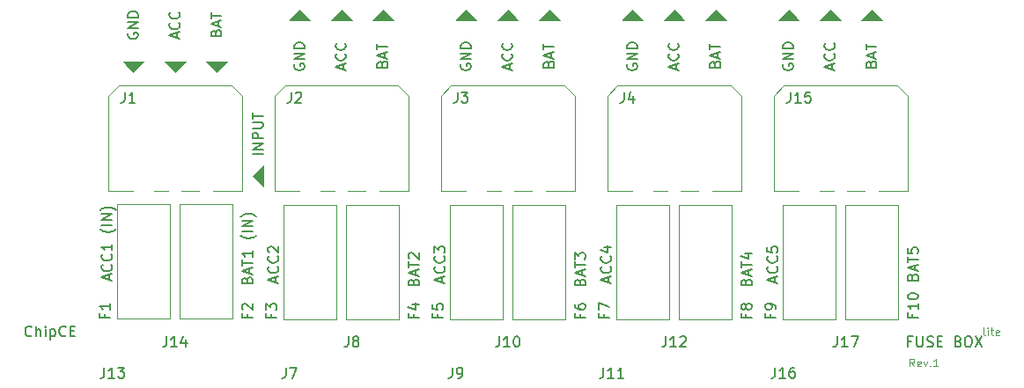
<source format=gto>
G04 #@! TF.GenerationSoftware,KiCad,Pcbnew,5.1.9+dfsg1-1*
G04 #@! TF.CreationDate,2022-08-21T21:29:47+09:00*
G04 #@! TF.ProjectId,car-fuse-box-smd,6361722d-6675-4736-952d-626f782d736d,rev?*
G04 #@! TF.SameCoordinates,Original*
G04 #@! TF.FileFunction,Legend,Top*
G04 #@! TF.FilePolarity,Positive*
%FSLAX46Y46*%
G04 Gerber Fmt 4.6, Leading zero omitted, Abs format (unit mm)*
G04 Created by KiCad (PCBNEW 5.1.9+dfsg1-1) date 2022-08-21 21:29:47*
%MOMM*%
%LPD*%
G01*
G04 APERTURE LIST*
%ADD10C,0.150000*%
%ADD11C,0.100000*%
%ADD12C,0.120000*%
%ADD13R,3.800000X4.250000*%
%ADD14C,3.000000*%
%ADD15O,1.500000X2.020000*%
%ADD16C,5.600000*%
%ADD17C,1.524000*%
G04 APERTURE END LIST*
D10*
X67214285Y-128357142D02*
X67166666Y-128404761D01*
X67023809Y-128452380D01*
X66928571Y-128452380D01*
X66785714Y-128404761D01*
X66690476Y-128309523D01*
X66642857Y-128214285D01*
X66595238Y-128023809D01*
X66595238Y-127880952D01*
X66642857Y-127690476D01*
X66690476Y-127595238D01*
X66785714Y-127500000D01*
X66928571Y-127452380D01*
X67023809Y-127452380D01*
X67166666Y-127500000D01*
X67214285Y-127547619D01*
X67642857Y-128452380D02*
X67642857Y-127452380D01*
X68071428Y-128452380D02*
X68071428Y-127928571D01*
X68023809Y-127833333D01*
X67928571Y-127785714D01*
X67785714Y-127785714D01*
X67690476Y-127833333D01*
X67642857Y-127880952D01*
X68547619Y-128452380D02*
X68547619Y-127785714D01*
X68547619Y-127452380D02*
X68500000Y-127500000D01*
X68547619Y-127547619D01*
X68595238Y-127500000D01*
X68547619Y-127452380D01*
X68547619Y-127547619D01*
X69023809Y-127785714D02*
X69023809Y-128785714D01*
X69023809Y-127833333D02*
X69119047Y-127785714D01*
X69309523Y-127785714D01*
X69404761Y-127833333D01*
X69452380Y-127880952D01*
X69500000Y-127976190D01*
X69500000Y-128261904D01*
X69452380Y-128357142D01*
X69404761Y-128404761D01*
X69309523Y-128452380D01*
X69119047Y-128452380D01*
X69023809Y-128404761D01*
X70500000Y-128357142D02*
X70452380Y-128404761D01*
X70309523Y-128452380D01*
X70214285Y-128452380D01*
X70071428Y-128404761D01*
X69976190Y-128309523D01*
X69928571Y-128214285D01*
X69880952Y-128023809D01*
X69880952Y-127880952D01*
X69928571Y-127690476D01*
X69976190Y-127595238D01*
X70071428Y-127500000D01*
X70214285Y-127452380D01*
X70309523Y-127452380D01*
X70452380Y-127500000D01*
X70500000Y-127547619D01*
X70928571Y-127928571D02*
X71261904Y-127928571D01*
X71404761Y-128452380D02*
X70928571Y-128452380D01*
X70928571Y-127452380D01*
X71404761Y-127452380D01*
D11*
X152089285Y-131339285D02*
X151839285Y-130982142D01*
X151660714Y-131339285D02*
X151660714Y-130589285D01*
X151946428Y-130589285D01*
X152017857Y-130625000D01*
X152053571Y-130660714D01*
X152089285Y-130732142D01*
X152089285Y-130839285D01*
X152053571Y-130910714D01*
X152017857Y-130946428D01*
X151946428Y-130982142D01*
X151660714Y-130982142D01*
X152696428Y-131303571D02*
X152625000Y-131339285D01*
X152482142Y-131339285D01*
X152410714Y-131303571D01*
X152375000Y-131232142D01*
X152375000Y-130946428D01*
X152410714Y-130875000D01*
X152482142Y-130839285D01*
X152625000Y-130839285D01*
X152696428Y-130875000D01*
X152732142Y-130946428D01*
X152732142Y-131017857D01*
X152375000Y-131089285D01*
X152982142Y-130839285D02*
X153160714Y-131339285D01*
X153339285Y-130839285D01*
X153625000Y-131267857D02*
X153660714Y-131303571D01*
X153625000Y-131339285D01*
X153589285Y-131303571D01*
X153625000Y-131267857D01*
X153625000Y-131339285D01*
X154375000Y-131339285D02*
X153946428Y-131339285D01*
X154160714Y-131339285D02*
X154160714Y-130589285D01*
X154089285Y-130696428D01*
X154017857Y-130767857D01*
X153946428Y-130803571D01*
X158875000Y-128339285D02*
X158803571Y-128303571D01*
X158767857Y-128232142D01*
X158767857Y-127589285D01*
X159160714Y-128339285D02*
X159160714Y-127839285D01*
X159160714Y-127589285D02*
X159125000Y-127625000D01*
X159160714Y-127660714D01*
X159196428Y-127625000D01*
X159160714Y-127589285D01*
X159160714Y-127660714D01*
X159410714Y-127839285D02*
X159696428Y-127839285D01*
X159517857Y-127589285D02*
X159517857Y-128232142D01*
X159553571Y-128303571D01*
X159625000Y-128339285D01*
X159696428Y-128339285D01*
X160232142Y-128303571D02*
X160160714Y-128339285D01*
X160017857Y-128339285D01*
X159946428Y-128303571D01*
X159910714Y-128232142D01*
X159910714Y-127946428D01*
X159946428Y-127875000D01*
X160017857Y-127839285D01*
X160160714Y-127839285D01*
X160232142Y-127875000D01*
X160267857Y-127946428D01*
X160267857Y-128017857D01*
X159910714Y-128089285D01*
D10*
X151809523Y-128928571D02*
X151476190Y-128928571D01*
X151476190Y-129452380D02*
X151476190Y-128452380D01*
X151952380Y-128452380D01*
X152333333Y-128452380D02*
X152333333Y-129261904D01*
X152380952Y-129357142D01*
X152428571Y-129404761D01*
X152523809Y-129452380D01*
X152714285Y-129452380D01*
X152809523Y-129404761D01*
X152857142Y-129357142D01*
X152904761Y-129261904D01*
X152904761Y-128452380D01*
X153333333Y-129404761D02*
X153476190Y-129452380D01*
X153714285Y-129452380D01*
X153809523Y-129404761D01*
X153857142Y-129357142D01*
X153904761Y-129261904D01*
X153904761Y-129166666D01*
X153857142Y-129071428D01*
X153809523Y-129023809D01*
X153714285Y-128976190D01*
X153523809Y-128928571D01*
X153428571Y-128880952D01*
X153380952Y-128833333D01*
X153333333Y-128738095D01*
X153333333Y-128642857D01*
X153380952Y-128547619D01*
X153428571Y-128500000D01*
X153523809Y-128452380D01*
X153761904Y-128452380D01*
X153904761Y-128500000D01*
X154333333Y-128928571D02*
X154666666Y-128928571D01*
X154809523Y-129452380D02*
X154333333Y-129452380D01*
X154333333Y-128452380D01*
X154809523Y-128452380D01*
X156333333Y-128928571D02*
X156476190Y-128976190D01*
X156523809Y-129023809D01*
X156571428Y-129119047D01*
X156571428Y-129261904D01*
X156523809Y-129357142D01*
X156476190Y-129404761D01*
X156380952Y-129452380D01*
X156000000Y-129452380D01*
X156000000Y-128452380D01*
X156333333Y-128452380D01*
X156428571Y-128500000D01*
X156476190Y-128547619D01*
X156523809Y-128642857D01*
X156523809Y-128738095D01*
X156476190Y-128833333D01*
X156428571Y-128880952D01*
X156333333Y-128928571D01*
X156000000Y-128928571D01*
X157190476Y-128452380D02*
X157380952Y-128452380D01*
X157476190Y-128500000D01*
X157571428Y-128595238D01*
X157619047Y-128785714D01*
X157619047Y-129119047D01*
X157571428Y-129309523D01*
X157476190Y-129404761D01*
X157380952Y-129452380D01*
X157190476Y-129452380D01*
X157095238Y-129404761D01*
X157000000Y-129309523D01*
X156952380Y-129119047D01*
X156952380Y-128785714D01*
X157000000Y-128595238D01*
X157095238Y-128500000D01*
X157190476Y-128452380D01*
X157952380Y-128452380D02*
X158619047Y-129452380D01*
X158619047Y-128452380D02*
X157952380Y-129452380D01*
X151928571Y-122714285D02*
X151976190Y-122571428D01*
X152023809Y-122523809D01*
X152119047Y-122476190D01*
X152261904Y-122476190D01*
X152357142Y-122523809D01*
X152404761Y-122571428D01*
X152452380Y-122666666D01*
X152452380Y-123047619D01*
X151452380Y-123047619D01*
X151452380Y-122714285D01*
X151500000Y-122619047D01*
X151547619Y-122571428D01*
X151642857Y-122523809D01*
X151738095Y-122523809D01*
X151833333Y-122571428D01*
X151880952Y-122619047D01*
X151928571Y-122714285D01*
X151928571Y-123047619D01*
X152166666Y-122095238D02*
X152166666Y-121619047D01*
X152452380Y-122190476D02*
X151452380Y-121857142D01*
X152452380Y-121523809D01*
X151452380Y-121333333D02*
X151452380Y-120761904D01*
X152452380Y-121047619D02*
X151452380Y-121047619D01*
X151452380Y-119952380D02*
X151452380Y-120428571D01*
X151928571Y-120476190D01*
X151880952Y-120428571D01*
X151833333Y-120333333D01*
X151833333Y-120095238D01*
X151880952Y-120000000D01*
X151928571Y-119952380D01*
X152023809Y-119904761D01*
X152261904Y-119904761D01*
X152357142Y-119952380D01*
X152404761Y-120000000D01*
X152452380Y-120095238D01*
X152452380Y-120333333D01*
X152404761Y-120428571D01*
X152357142Y-120476190D01*
X138666666Y-123214285D02*
X138666666Y-122738095D01*
X138952380Y-123309523D02*
X137952380Y-122976190D01*
X138952380Y-122642857D01*
X138857142Y-121738095D02*
X138904761Y-121785714D01*
X138952380Y-121928571D01*
X138952380Y-122023809D01*
X138904761Y-122166666D01*
X138809523Y-122261904D01*
X138714285Y-122309523D01*
X138523809Y-122357142D01*
X138380952Y-122357142D01*
X138190476Y-122309523D01*
X138095238Y-122261904D01*
X138000000Y-122166666D01*
X137952380Y-122023809D01*
X137952380Y-121928571D01*
X138000000Y-121785714D01*
X138047619Y-121738095D01*
X138857142Y-120738095D02*
X138904761Y-120785714D01*
X138952380Y-120928571D01*
X138952380Y-121023809D01*
X138904761Y-121166666D01*
X138809523Y-121261904D01*
X138714285Y-121309523D01*
X138523809Y-121357142D01*
X138380952Y-121357142D01*
X138190476Y-121309523D01*
X138095238Y-121261904D01*
X138000000Y-121166666D01*
X137952380Y-121023809D01*
X137952380Y-120928571D01*
X138000000Y-120785714D01*
X138047619Y-120738095D01*
X137952380Y-119833333D02*
X137952380Y-120309523D01*
X138428571Y-120357142D01*
X138380952Y-120309523D01*
X138333333Y-120214285D01*
X138333333Y-119976190D01*
X138380952Y-119880952D01*
X138428571Y-119833333D01*
X138523809Y-119785714D01*
X138761904Y-119785714D01*
X138857142Y-119833333D01*
X138904761Y-119880952D01*
X138952380Y-119976190D01*
X138952380Y-120214285D01*
X138904761Y-120309523D01*
X138857142Y-120357142D01*
X147928571Y-102238095D02*
X147976190Y-102095238D01*
X148023809Y-102047619D01*
X148119047Y-102000000D01*
X148261904Y-102000000D01*
X148357142Y-102047619D01*
X148404761Y-102095238D01*
X148452380Y-102190476D01*
X148452380Y-102571428D01*
X147452380Y-102571428D01*
X147452380Y-102238095D01*
X147500000Y-102142857D01*
X147547619Y-102095238D01*
X147642857Y-102047619D01*
X147738095Y-102047619D01*
X147833333Y-102095238D01*
X147880952Y-102142857D01*
X147928571Y-102238095D01*
X147928571Y-102571428D01*
X148166666Y-101619047D02*
X148166666Y-101142857D01*
X148452380Y-101714285D02*
X147452380Y-101380952D01*
X148452380Y-101047619D01*
X147452380Y-100857142D02*
X147452380Y-100285714D01*
X148452380Y-100571428D02*
X147452380Y-100571428D01*
X144166666Y-102738095D02*
X144166666Y-102261904D01*
X144452380Y-102833333D02*
X143452380Y-102500000D01*
X144452380Y-102166666D01*
X144357142Y-101261904D02*
X144404761Y-101309523D01*
X144452380Y-101452380D01*
X144452380Y-101547619D01*
X144404761Y-101690476D01*
X144309523Y-101785714D01*
X144214285Y-101833333D01*
X144023809Y-101880952D01*
X143880952Y-101880952D01*
X143690476Y-101833333D01*
X143595238Y-101785714D01*
X143500000Y-101690476D01*
X143452380Y-101547619D01*
X143452380Y-101452380D01*
X143500000Y-101309523D01*
X143547619Y-101261904D01*
X144357142Y-100261904D02*
X144404761Y-100309523D01*
X144452380Y-100452380D01*
X144452380Y-100547619D01*
X144404761Y-100690476D01*
X144309523Y-100785714D01*
X144214285Y-100833333D01*
X144023809Y-100880952D01*
X143880952Y-100880952D01*
X143690476Y-100833333D01*
X143595238Y-100785714D01*
X143500000Y-100690476D01*
X143452380Y-100547619D01*
X143452380Y-100452380D01*
X143500000Y-100309523D01*
X143547619Y-100261904D01*
X139500000Y-102261904D02*
X139452380Y-102357142D01*
X139452380Y-102500000D01*
X139500000Y-102642857D01*
X139595238Y-102738095D01*
X139690476Y-102785714D01*
X139880952Y-102833333D01*
X140023809Y-102833333D01*
X140214285Y-102785714D01*
X140309523Y-102738095D01*
X140404761Y-102642857D01*
X140452380Y-102500000D01*
X140452380Y-102404761D01*
X140404761Y-102261904D01*
X140357142Y-102214285D01*
X140023809Y-102214285D01*
X140023809Y-102404761D01*
X140452380Y-101785714D02*
X139452380Y-101785714D01*
X140452380Y-101214285D01*
X139452380Y-101214285D01*
X140452380Y-100738095D02*
X139452380Y-100738095D01*
X139452380Y-100500000D01*
X139500000Y-100357142D01*
X139595238Y-100261904D01*
X139690476Y-100214285D01*
X139880952Y-100166666D01*
X140023809Y-100166666D01*
X140214285Y-100214285D01*
X140309523Y-100261904D01*
X140404761Y-100357142D01*
X140452380Y-100500000D01*
X140452380Y-100738095D01*
D11*
G36*
X149000000Y-98000000D02*
G01*
X147000000Y-98000000D01*
X148000000Y-97000000D01*
X149000000Y-98000000D01*
G37*
X149000000Y-98000000D02*
X147000000Y-98000000D01*
X148000000Y-97000000D01*
X149000000Y-98000000D01*
G36*
X145000000Y-98000000D02*
G01*
X143000000Y-98000000D01*
X144000000Y-97000000D01*
X145000000Y-98000000D01*
G37*
X145000000Y-98000000D02*
X143000000Y-98000000D01*
X144000000Y-97000000D01*
X145000000Y-98000000D01*
G36*
X141000000Y-98000000D02*
G01*
X139000000Y-98000000D01*
X140000000Y-97000000D01*
X141000000Y-98000000D01*
G37*
X141000000Y-98000000D02*
X139000000Y-98000000D01*
X140000000Y-97000000D01*
X141000000Y-98000000D01*
D10*
X135928571Y-123214285D02*
X135976190Y-123071428D01*
X136023809Y-123023809D01*
X136119047Y-122976190D01*
X136261904Y-122976190D01*
X136357142Y-123023809D01*
X136404761Y-123071428D01*
X136452380Y-123166666D01*
X136452380Y-123547619D01*
X135452380Y-123547619D01*
X135452380Y-123214285D01*
X135500000Y-123119047D01*
X135547619Y-123071428D01*
X135642857Y-123023809D01*
X135738095Y-123023809D01*
X135833333Y-123071428D01*
X135880952Y-123119047D01*
X135928571Y-123214285D01*
X135928571Y-123547619D01*
X136166666Y-122595238D02*
X136166666Y-122119047D01*
X136452380Y-122690476D02*
X135452380Y-122357142D01*
X136452380Y-122023809D01*
X135452380Y-121833333D02*
X135452380Y-121261904D01*
X136452380Y-121547619D02*
X135452380Y-121547619D01*
X135785714Y-120500000D02*
X136452380Y-120500000D01*
X135404761Y-120738095D02*
X136119047Y-120976190D01*
X136119047Y-120357142D01*
X119928571Y-123214285D02*
X119976190Y-123071428D01*
X120023809Y-123023809D01*
X120119047Y-122976190D01*
X120261904Y-122976190D01*
X120357142Y-123023809D01*
X120404761Y-123071428D01*
X120452380Y-123166666D01*
X120452380Y-123547619D01*
X119452380Y-123547619D01*
X119452380Y-123214285D01*
X119500000Y-123119047D01*
X119547619Y-123071428D01*
X119642857Y-123023809D01*
X119738095Y-123023809D01*
X119833333Y-123071428D01*
X119880952Y-123119047D01*
X119928571Y-123214285D01*
X119928571Y-123547619D01*
X120166666Y-122595238D02*
X120166666Y-122119047D01*
X120452380Y-122690476D02*
X119452380Y-122357142D01*
X120452380Y-122023809D01*
X119452380Y-121833333D02*
X119452380Y-121261904D01*
X120452380Y-121547619D02*
X119452380Y-121547619D01*
X119452380Y-121023809D02*
X119452380Y-120404761D01*
X119833333Y-120738095D01*
X119833333Y-120595238D01*
X119880952Y-120500000D01*
X119928571Y-120452380D01*
X120023809Y-120404761D01*
X120261904Y-120404761D01*
X120357142Y-120452380D01*
X120404761Y-120500000D01*
X120452380Y-120595238D01*
X120452380Y-120880952D01*
X120404761Y-120976190D01*
X120357142Y-121023809D01*
X103928571Y-123214285D02*
X103976190Y-123071428D01*
X104023809Y-123023809D01*
X104119047Y-122976190D01*
X104261904Y-122976190D01*
X104357142Y-123023809D01*
X104404761Y-123071428D01*
X104452380Y-123166666D01*
X104452380Y-123547619D01*
X103452380Y-123547619D01*
X103452380Y-123214285D01*
X103500000Y-123119047D01*
X103547619Y-123071428D01*
X103642857Y-123023809D01*
X103738095Y-123023809D01*
X103833333Y-123071428D01*
X103880952Y-123119047D01*
X103928571Y-123214285D01*
X103928571Y-123547619D01*
X104166666Y-122595238D02*
X104166666Y-122119047D01*
X104452380Y-122690476D02*
X103452380Y-122357142D01*
X104452380Y-122023809D01*
X103452380Y-121833333D02*
X103452380Y-121261904D01*
X104452380Y-121547619D02*
X103452380Y-121547619D01*
X103547619Y-120976190D02*
X103500000Y-120928571D01*
X103452380Y-120833333D01*
X103452380Y-120595238D01*
X103500000Y-120500000D01*
X103547619Y-120452380D01*
X103642857Y-120404761D01*
X103738095Y-120404761D01*
X103880952Y-120452380D01*
X104452380Y-121023809D01*
X104452380Y-120404761D01*
X122666666Y-123214285D02*
X122666666Y-122738095D01*
X122952380Y-123309523D02*
X121952380Y-122976190D01*
X122952380Y-122642857D01*
X122857142Y-121738095D02*
X122904761Y-121785714D01*
X122952380Y-121928571D01*
X122952380Y-122023809D01*
X122904761Y-122166666D01*
X122809523Y-122261904D01*
X122714285Y-122309523D01*
X122523809Y-122357142D01*
X122380952Y-122357142D01*
X122190476Y-122309523D01*
X122095238Y-122261904D01*
X122000000Y-122166666D01*
X121952380Y-122023809D01*
X121952380Y-121928571D01*
X122000000Y-121785714D01*
X122047619Y-121738095D01*
X122857142Y-120738095D02*
X122904761Y-120785714D01*
X122952380Y-120928571D01*
X122952380Y-121023809D01*
X122904761Y-121166666D01*
X122809523Y-121261904D01*
X122714285Y-121309523D01*
X122523809Y-121357142D01*
X122380952Y-121357142D01*
X122190476Y-121309523D01*
X122095238Y-121261904D01*
X122000000Y-121166666D01*
X121952380Y-121023809D01*
X121952380Y-120928571D01*
X122000000Y-120785714D01*
X122047619Y-120738095D01*
X122285714Y-119880952D02*
X122952380Y-119880952D01*
X121904761Y-120119047D02*
X122619047Y-120357142D01*
X122619047Y-119738095D01*
X106666666Y-123214285D02*
X106666666Y-122738095D01*
X106952380Y-123309523D02*
X105952380Y-122976190D01*
X106952380Y-122642857D01*
X106857142Y-121738095D02*
X106904761Y-121785714D01*
X106952380Y-121928571D01*
X106952380Y-122023809D01*
X106904761Y-122166666D01*
X106809523Y-122261904D01*
X106714285Y-122309523D01*
X106523809Y-122357142D01*
X106380952Y-122357142D01*
X106190476Y-122309523D01*
X106095238Y-122261904D01*
X106000000Y-122166666D01*
X105952380Y-122023809D01*
X105952380Y-121928571D01*
X106000000Y-121785714D01*
X106047619Y-121738095D01*
X106857142Y-120738095D02*
X106904761Y-120785714D01*
X106952380Y-120928571D01*
X106952380Y-121023809D01*
X106904761Y-121166666D01*
X106809523Y-121261904D01*
X106714285Y-121309523D01*
X106523809Y-121357142D01*
X106380952Y-121357142D01*
X106190476Y-121309523D01*
X106095238Y-121261904D01*
X106000000Y-121166666D01*
X105952380Y-121023809D01*
X105952380Y-120928571D01*
X106000000Y-120785714D01*
X106047619Y-120738095D01*
X105952380Y-120404761D02*
X105952380Y-119785714D01*
X106333333Y-120119047D01*
X106333333Y-119976190D01*
X106380952Y-119880952D01*
X106428571Y-119833333D01*
X106523809Y-119785714D01*
X106761904Y-119785714D01*
X106857142Y-119833333D01*
X106904761Y-119880952D01*
X106952380Y-119976190D01*
X106952380Y-120261904D01*
X106904761Y-120357142D01*
X106857142Y-120404761D01*
X90666666Y-123214285D02*
X90666666Y-122738095D01*
X90952380Y-123309523D02*
X89952380Y-122976190D01*
X90952380Y-122642857D01*
X90857142Y-121738095D02*
X90904761Y-121785714D01*
X90952380Y-121928571D01*
X90952380Y-122023809D01*
X90904761Y-122166666D01*
X90809523Y-122261904D01*
X90714285Y-122309523D01*
X90523809Y-122357142D01*
X90380952Y-122357142D01*
X90190476Y-122309523D01*
X90095238Y-122261904D01*
X90000000Y-122166666D01*
X89952380Y-122023809D01*
X89952380Y-121928571D01*
X90000000Y-121785714D01*
X90047619Y-121738095D01*
X90857142Y-120738095D02*
X90904761Y-120785714D01*
X90952380Y-120928571D01*
X90952380Y-121023809D01*
X90904761Y-121166666D01*
X90809523Y-121261904D01*
X90714285Y-121309523D01*
X90523809Y-121357142D01*
X90380952Y-121357142D01*
X90190476Y-121309523D01*
X90095238Y-121261904D01*
X90000000Y-121166666D01*
X89952380Y-121023809D01*
X89952380Y-120928571D01*
X90000000Y-120785714D01*
X90047619Y-120738095D01*
X90047619Y-120357142D02*
X90000000Y-120309523D01*
X89952380Y-120214285D01*
X89952380Y-119976190D01*
X90000000Y-119880952D01*
X90047619Y-119833333D01*
X90142857Y-119785714D01*
X90238095Y-119785714D01*
X90380952Y-119833333D01*
X90952380Y-120404761D01*
X90952380Y-119785714D01*
X87928571Y-123023809D02*
X87976190Y-122880952D01*
X88023809Y-122833333D01*
X88119047Y-122785714D01*
X88261904Y-122785714D01*
X88357142Y-122833333D01*
X88404761Y-122880952D01*
X88452380Y-122976190D01*
X88452380Y-123357142D01*
X87452380Y-123357142D01*
X87452380Y-123023809D01*
X87500000Y-122928571D01*
X87547619Y-122880952D01*
X87642857Y-122833333D01*
X87738095Y-122833333D01*
X87833333Y-122880952D01*
X87880952Y-122928571D01*
X87928571Y-123023809D01*
X87928571Y-123357142D01*
X88166666Y-122404761D02*
X88166666Y-121928571D01*
X88452380Y-122500000D02*
X87452380Y-122166666D01*
X88452380Y-121833333D01*
X87452380Y-121642857D02*
X87452380Y-121071428D01*
X88452380Y-121357142D02*
X87452380Y-121357142D01*
X88452380Y-120214285D02*
X88452380Y-120785714D01*
X88452380Y-120500000D02*
X87452380Y-120500000D01*
X87595238Y-120595238D01*
X87690476Y-120690476D01*
X87738095Y-120785714D01*
X88833333Y-118738095D02*
X88785714Y-118785714D01*
X88642857Y-118880952D01*
X88547619Y-118928571D01*
X88404761Y-118976190D01*
X88166666Y-119023809D01*
X87976190Y-119023809D01*
X87738095Y-118976190D01*
X87595238Y-118928571D01*
X87500000Y-118880952D01*
X87357142Y-118785714D01*
X87309523Y-118738095D01*
X88452380Y-118357142D02*
X87452380Y-118357142D01*
X88452380Y-117880952D02*
X87452380Y-117880952D01*
X88452380Y-117309523D01*
X87452380Y-117309523D01*
X88833333Y-116928571D02*
X88785714Y-116880952D01*
X88642857Y-116785714D01*
X88547619Y-116738095D01*
X88404761Y-116690476D01*
X88166666Y-116642857D01*
X87976190Y-116642857D01*
X87738095Y-116690476D01*
X87595238Y-116738095D01*
X87500000Y-116785714D01*
X87357142Y-116880952D01*
X87309523Y-116928571D01*
X74666666Y-123023809D02*
X74666666Y-122547619D01*
X74952380Y-123119047D02*
X73952380Y-122785714D01*
X74952380Y-122452380D01*
X74857142Y-121547619D02*
X74904761Y-121595238D01*
X74952380Y-121738095D01*
X74952380Y-121833333D01*
X74904761Y-121976190D01*
X74809523Y-122071428D01*
X74714285Y-122119047D01*
X74523809Y-122166666D01*
X74380952Y-122166666D01*
X74190476Y-122119047D01*
X74095238Y-122071428D01*
X74000000Y-121976190D01*
X73952380Y-121833333D01*
X73952380Y-121738095D01*
X74000000Y-121595238D01*
X74047619Y-121547619D01*
X74857142Y-120547619D02*
X74904761Y-120595238D01*
X74952380Y-120738095D01*
X74952380Y-120833333D01*
X74904761Y-120976190D01*
X74809523Y-121071428D01*
X74714285Y-121119047D01*
X74523809Y-121166666D01*
X74380952Y-121166666D01*
X74190476Y-121119047D01*
X74095238Y-121071428D01*
X74000000Y-120976190D01*
X73952380Y-120833333D01*
X73952380Y-120738095D01*
X74000000Y-120595238D01*
X74047619Y-120547619D01*
X74952380Y-119595238D02*
X74952380Y-120166666D01*
X74952380Y-119880952D02*
X73952380Y-119880952D01*
X74095238Y-119976190D01*
X74190476Y-120071428D01*
X74238095Y-120166666D01*
X75333333Y-118119047D02*
X75285714Y-118166666D01*
X75142857Y-118261904D01*
X75047619Y-118309523D01*
X74904761Y-118357142D01*
X74666666Y-118404761D01*
X74476190Y-118404761D01*
X74238095Y-118357142D01*
X74095238Y-118309523D01*
X74000000Y-118261904D01*
X73857142Y-118166666D01*
X73809523Y-118119047D01*
X74952380Y-117738095D02*
X73952380Y-117738095D01*
X74952380Y-117261904D02*
X73952380Y-117261904D01*
X74952380Y-116690476D01*
X73952380Y-116690476D01*
X75333333Y-116309523D02*
X75285714Y-116261904D01*
X75142857Y-116166666D01*
X75047619Y-116119047D01*
X74904761Y-116071428D01*
X74666666Y-116023809D01*
X74476190Y-116023809D01*
X74238095Y-116071428D01*
X74095238Y-116119047D01*
X74000000Y-116166666D01*
X73857142Y-116261904D01*
X73809523Y-116309523D01*
X132928571Y-102238095D02*
X132976190Y-102095238D01*
X133023809Y-102047619D01*
X133119047Y-102000000D01*
X133261904Y-102000000D01*
X133357142Y-102047619D01*
X133404761Y-102095238D01*
X133452380Y-102190476D01*
X133452380Y-102571428D01*
X132452380Y-102571428D01*
X132452380Y-102238095D01*
X132500000Y-102142857D01*
X132547619Y-102095238D01*
X132642857Y-102047619D01*
X132738095Y-102047619D01*
X132833333Y-102095238D01*
X132880952Y-102142857D01*
X132928571Y-102238095D01*
X132928571Y-102571428D01*
X133166666Y-101619047D02*
X133166666Y-101142857D01*
X133452380Y-101714285D02*
X132452380Y-101380952D01*
X133452380Y-101047619D01*
X132452380Y-100857142D02*
X132452380Y-100285714D01*
X133452380Y-100571428D02*
X132452380Y-100571428D01*
X116928571Y-102238095D02*
X116976190Y-102095238D01*
X117023809Y-102047619D01*
X117119047Y-102000000D01*
X117261904Y-102000000D01*
X117357142Y-102047619D01*
X117404761Y-102095238D01*
X117452380Y-102190476D01*
X117452380Y-102571428D01*
X116452380Y-102571428D01*
X116452380Y-102238095D01*
X116500000Y-102142857D01*
X116547619Y-102095238D01*
X116642857Y-102047619D01*
X116738095Y-102047619D01*
X116833333Y-102095238D01*
X116880952Y-102142857D01*
X116928571Y-102238095D01*
X116928571Y-102571428D01*
X117166666Y-101619047D02*
X117166666Y-101142857D01*
X117452380Y-101714285D02*
X116452380Y-101380952D01*
X117452380Y-101047619D01*
X116452380Y-100857142D02*
X116452380Y-100285714D01*
X117452380Y-100571428D02*
X116452380Y-100571428D01*
X100928571Y-102238095D02*
X100976190Y-102095238D01*
X101023809Y-102047619D01*
X101119047Y-102000000D01*
X101261904Y-102000000D01*
X101357142Y-102047619D01*
X101404761Y-102095238D01*
X101452380Y-102190476D01*
X101452380Y-102571428D01*
X100452380Y-102571428D01*
X100452380Y-102238095D01*
X100500000Y-102142857D01*
X100547619Y-102095238D01*
X100642857Y-102047619D01*
X100738095Y-102047619D01*
X100833333Y-102095238D01*
X100880952Y-102142857D01*
X100928571Y-102238095D01*
X100928571Y-102571428D01*
X101166666Y-101619047D02*
X101166666Y-101142857D01*
X101452380Y-101714285D02*
X100452380Y-101380952D01*
X101452380Y-101047619D01*
X100452380Y-100857142D02*
X100452380Y-100285714D01*
X101452380Y-100571428D02*
X100452380Y-100571428D01*
X129166666Y-102738095D02*
X129166666Y-102261904D01*
X129452380Y-102833333D02*
X128452380Y-102500000D01*
X129452380Y-102166666D01*
X129357142Y-101261904D02*
X129404761Y-101309523D01*
X129452380Y-101452380D01*
X129452380Y-101547619D01*
X129404761Y-101690476D01*
X129309523Y-101785714D01*
X129214285Y-101833333D01*
X129023809Y-101880952D01*
X128880952Y-101880952D01*
X128690476Y-101833333D01*
X128595238Y-101785714D01*
X128500000Y-101690476D01*
X128452380Y-101547619D01*
X128452380Y-101452380D01*
X128500000Y-101309523D01*
X128547619Y-101261904D01*
X129357142Y-100261904D02*
X129404761Y-100309523D01*
X129452380Y-100452380D01*
X129452380Y-100547619D01*
X129404761Y-100690476D01*
X129309523Y-100785714D01*
X129214285Y-100833333D01*
X129023809Y-100880952D01*
X128880952Y-100880952D01*
X128690476Y-100833333D01*
X128595238Y-100785714D01*
X128500000Y-100690476D01*
X128452380Y-100547619D01*
X128452380Y-100452380D01*
X128500000Y-100309523D01*
X128547619Y-100261904D01*
X113166666Y-102738095D02*
X113166666Y-102261904D01*
X113452380Y-102833333D02*
X112452380Y-102500000D01*
X113452380Y-102166666D01*
X113357142Y-101261904D02*
X113404761Y-101309523D01*
X113452380Y-101452380D01*
X113452380Y-101547619D01*
X113404761Y-101690476D01*
X113309523Y-101785714D01*
X113214285Y-101833333D01*
X113023809Y-101880952D01*
X112880952Y-101880952D01*
X112690476Y-101833333D01*
X112595238Y-101785714D01*
X112500000Y-101690476D01*
X112452380Y-101547619D01*
X112452380Y-101452380D01*
X112500000Y-101309523D01*
X112547619Y-101261904D01*
X113357142Y-100261904D02*
X113404761Y-100309523D01*
X113452380Y-100452380D01*
X113452380Y-100547619D01*
X113404761Y-100690476D01*
X113309523Y-100785714D01*
X113214285Y-100833333D01*
X113023809Y-100880952D01*
X112880952Y-100880952D01*
X112690476Y-100833333D01*
X112595238Y-100785714D01*
X112500000Y-100690476D01*
X112452380Y-100547619D01*
X112452380Y-100452380D01*
X112500000Y-100309523D01*
X112547619Y-100261904D01*
X97166666Y-102738095D02*
X97166666Y-102261904D01*
X97452380Y-102833333D02*
X96452380Y-102500000D01*
X97452380Y-102166666D01*
X97357142Y-101261904D02*
X97404761Y-101309523D01*
X97452380Y-101452380D01*
X97452380Y-101547619D01*
X97404761Y-101690476D01*
X97309523Y-101785714D01*
X97214285Y-101833333D01*
X97023809Y-101880952D01*
X96880952Y-101880952D01*
X96690476Y-101833333D01*
X96595238Y-101785714D01*
X96500000Y-101690476D01*
X96452380Y-101547619D01*
X96452380Y-101452380D01*
X96500000Y-101309523D01*
X96547619Y-101261904D01*
X97357142Y-100261904D02*
X97404761Y-100309523D01*
X97452380Y-100452380D01*
X97452380Y-100547619D01*
X97404761Y-100690476D01*
X97309523Y-100785714D01*
X97214285Y-100833333D01*
X97023809Y-100880952D01*
X96880952Y-100880952D01*
X96690476Y-100833333D01*
X96595238Y-100785714D01*
X96500000Y-100690476D01*
X96452380Y-100547619D01*
X96452380Y-100452380D01*
X96500000Y-100309523D01*
X96547619Y-100261904D01*
X124500000Y-102261904D02*
X124452380Y-102357142D01*
X124452380Y-102500000D01*
X124500000Y-102642857D01*
X124595238Y-102738095D01*
X124690476Y-102785714D01*
X124880952Y-102833333D01*
X125023809Y-102833333D01*
X125214285Y-102785714D01*
X125309523Y-102738095D01*
X125404761Y-102642857D01*
X125452380Y-102500000D01*
X125452380Y-102404761D01*
X125404761Y-102261904D01*
X125357142Y-102214285D01*
X125023809Y-102214285D01*
X125023809Y-102404761D01*
X125452380Y-101785714D02*
X124452380Y-101785714D01*
X125452380Y-101214285D01*
X124452380Y-101214285D01*
X125452380Y-100738095D02*
X124452380Y-100738095D01*
X124452380Y-100500000D01*
X124500000Y-100357142D01*
X124595238Y-100261904D01*
X124690476Y-100214285D01*
X124880952Y-100166666D01*
X125023809Y-100166666D01*
X125214285Y-100214285D01*
X125309523Y-100261904D01*
X125404761Y-100357142D01*
X125452380Y-100500000D01*
X125452380Y-100738095D01*
X108500000Y-102261904D02*
X108452380Y-102357142D01*
X108452380Y-102500000D01*
X108500000Y-102642857D01*
X108595238Y-102738095D01*
X108690476Y-102785714D01*
X108880952Y-102833333D01*
X109023809Y-102833333D01*
X109214285Y-102785714D01*
X109309523Y-102738095D01*
X109404761Y-102642857D01*
X109452380Y-102500000D01*
X109452380Y-102404761D01*
X109404761Y-102261904D01*
X109357142Y-102214285D01*
X109023809Y-102214285D01*
X109023809Y-102404761D01*
X109452380Y-101785714D02*
X108452380Y-101785714D01*
X109452380Y-101214285D01*
X108452380Y-101214285D01*
X109452380Y-100738095D02*
X108452380Y-100738095D01*
X108452380Y-100500000D01*
X108500000Y-100357142D01*
X108595238Y-100261904D01*
X108690476Y-100214285D01*
X108880952Y-100166666D01*
X109023809Y-100166666D01*
X109214285Y-100214285D01*
X109309523Y-100261904D01*
X109404761Y-100357142D01*
X109452380Y-100500000D01*
X109452380Y-100738095D01*
X92500000Y-102261904D02*
X92452380Y-102357142D01*
X92452380Y-102500000D01*
X92500000Y-102642857D01*
X92595238Y-102738095D01*
X92690476Y-102785714D01*
X92880952Y-102833333D01*
X93023809Y-102833333D01*
X93214285Y-102785714D01*
X93309523Y-102738095D01*
X93404761Y-102642857D01*
X93452380Y-102500000D01*
X93452380Y-102404761D01*
X93404761Y-102261904D01*
X93357142Y-102214285D01*
X93023809Y-102214285D01*
X93023809Y-102404761D01*
X93452380Y-101785714D02*
X92452380Y-101785714D01*
X93452380Y-101214285D01*
X92452380Y-101214285D01*
X93452380Y-100738095D02*
X92452380Y-100738095D01*
X92452380Y-100500000D01*
X92500000Y-100357142D01*
X92595238Y-100261904D01*
X92690476Y-100214285D01*
X92880952Y-100166666D01*
X93023809Y-100166666D01*
X93214285Y-100214285D01*
X93309523Y-100261904D01*
X93404761Y-100357142D01*
X93452380Y-100500000D01*
X93452380Y-100738095D01*
X84928571Y-99238095D02*
X84976190Y-99095238D01*
X85023809Y-99047619D01*
X85119047Y-99000000D01*
X85261904Y-99000000D01*
X85357142Y-99047619D01*
X85404761Y-99095238D01*
X85452380Y-99190476D01*
X85452380Y-99571428D01*
X84452380Y-99571428D01*
X84452380Y-99238095D01*
X84500000Y-99142857D01*
X84547619Y-99095238D01*
X84642857Y-99047619D01*
X84738095Y-99047619D01*
X84833333Y-99095238D01*
X84880952Y-99142857D01*
X84928571Y-99238095D01*
X84928571Y-99571428D01*
X85166666Y-98619047D02*
X85166666Y-98142857D01*
X85452380Y-98714285D02*
X84452380Y-98380952D01*
X85452380Y-98047619D01*
X84452380Y-97857142D02*
X84452380Y-97285714D01*
X85452380Y-97571428D02*
X84452380Y-97571428D01*
X81166666Y-99738095D02*
X81166666Y-99261904D01*
X81452380Y-99833333D02*
X80452380Y-99500000D01*
X81452380Y-99166666D01*
X81357142Y-98261904D02*
X81404761Y-98309523D01*
X81452380Y-98452380D01*
X81452380Y-98547619D01*
X81404761Y-98690476D01*
X81309523Y-98785714D01*
X81214285Y-98833333D01*
X81023809Y-98880952D01*
X80880952Y-98880952D01*
X80690476Y-98833333D01*
X80595238Y-98785714D01*
X80500000Y-98690476D01*
X80452380Y-98547619D01*
X80452380Y-98452380D01*
X80500000Y-98309523D01*
X80547619Y-98261904D01*
X81357142Y-97261904D02*
X81404761Y-97309523D01*
X81452380Y-97452380D01*
X81452380Y-97547619D01*
X81404761Y-97690476D01*
X81309523Y-97785714D01*
X81214285Y-97833333D01*
X81023809Y-97880952D01*
X80880952Y-97880952D01*
X80690476Y-97833333D01*
X80595238Y-97785714D01*
X80500000Y-97690476D01*
X80452380Y-97547619D01*
X80452380Y-97452380D01*
X80500000Y-97309523D01*
X80547619Y-97261904D01*
X76500000Y-99261904D02*
X76452380Y-99357142D01*
X76452380Y-99500000D01*
X76500000Y-99642857D01*
X76595238Y-99738095D01*
X76690476Y-99785714D01*
X76880952Y-99833333D01*
X77023809Y-99833333D01*
X77214285Y-99785714D01*
X77309523Y-99738095D01*
X77404761Y-99642857D01*
X77452380Y-99500000D01*
X77452380Y-99404761D01*
X77404761Y-99261904D01*
X77357142Y-99214285D01*
X77023809Y-99214285D01*
X77023809Y-99404761D01*
X77452380Y-98785714D02*
X76452380Y-98785714D01*
X77452380Y-98214285D01*
X76452380Y-98214285D01*
X77452380Y-97738095D02*
X76452380Y-97738095D01*
X76452380Y-97500000D01*
X76500000Y-97357142D01*
X76595238Y-97261904D01*
X76690476Y-97214285D01*
X76880952Y-97166666D01*
X77023809Y-97166666D01*
X77214285Y-97214285D01*
X77309523Y-97261904D01*
X77404761Y-97357142D01*
X77452380Y-97500000D01*
X77452380Y-97738095D01*
X89452380Y-110928571D02*
X88452380Y-110928571D01*
X89452380Y-110452380D02*
X88452380Y-110452380D01*
X89452380Y-109880952D01*
X88452380Y-109880952D01*
X89452380Y-109404761D02*
X88452380Y-109404761D01*
X88452380Y-109023809D01*
X88500000Y-108928571D01*
X88547619Y-108880952D01*
X88642857Y-108833333D01*
X88785714Y-108833333D01*
X88880952Y-108880952D01*
X88928571Y-108928571D01*
X88976190Y-109023809D01*
X88976190Y-109404761D01*
X88452380Y-108404761D02*
X89261904Y-108404761D01*
X89357142Y-108357142D01*
X89404761Y-108309523D01*
X89452380Y-108214285D01*
X89452380Y-108023809D01*
X89404761Y-107928571D01*
X89357142Y-107880952D01*
X89261904Y-107833333D01*
X88452380Y-107833333D01*
X88452380Y-107500000D02*
X88452380Y-106928571D01*
X89452380Y-107214285D02*
X88452380Y-107214285D01*
D11*
G36*
X89500000Y-114000000D02*
G01*
X88500000Y-113000000D01*
X89500000Y-112000000D01*
X89500000Y-114000000D01*
G37*
X89500000Y-114000000D02*
X88500000Y-113000000D01*
X89500000Y-112000000D01*
X89500000Y-114000000D01*
G36*
X134000000Y-98000000D02*
G01*
X132000000Y-98000000D01*
X133000000Y-97000000D01*
X134000000Y-98000000D01*
G37*
X134000000Y-98000000D02*
X132000000Y-98000000D01*
X133000000Y-97000000D01*
X134000000Y-98000000D01*
G36*
X130000000Y-98000000D02*
G01*
X128000000Y-98000000D01*
X129000000Y-97000000D01*
X130000000Y-98000000D01*
G37*
X130000000Y-98000000D02*
X128000000Y-98000000D01*
X129000000Y-97000000D01*
X130000000Y-98000000D01*
G36*
X126000000Y-98000000D02*
G01*
X124000000Y-98000000D01*
X125000000Y-97000000D01*
X126000000Y-98000000D01*
G37*
X126000000Y-98000000D02*
X124000000Y-98000000D01*
X125000000Y-97000000D01*
X126000000Y-98000000D01*
G36*
X118000000Y-98000000D02*
G01*
X116000000Y-98000000D01*
X117000000Y-97000000D01*
X118000000Y-98000000D01*
G37*
X118000000Y-98000000D02*
X116000000Y-98000000D01*
X117000000Y-97000000D01*
X118000000Y-98000000D01*
G36*
X114000000Y-98000000D02*
G01*
X112000000Y-98000000D01*
X113000000Y-97000000D01*
X114000000Y-98000000D01*
G37*
X114000000Y-98000000D02*
X112000000Y-98000000D01*
X113000000Y-97000000D01*
X114000000Y-98000000D01*
G36*
X110000000Y-98000000D02*
G01*
X108000000Y-98000000D01*
X109000000Y-97000000D01*
X110000000Y-98000000D01*
G37*
X110000000Y-98000000D02*
X108000000Y-98000000D01*
X109000000Y-97000000D01*
X110000000Y-98000000D01*
G36*
X102000000Y-98000000D02*
G01*
X100000000Y-98000000D01*
X101000000Y-97000000D01*
X102000000Y-98000000D01*
G37*
X102000000Y-98000000D02*
X100000000Y-98000000D01*
X101000000Y-97000000D01*
X102000000Y-98000000D01*
G36*
X98000000Y-98000000D02*
G01*
X96000000Y-98000000D01*
X97000000Y-97000000D01*
X98000000Y-98000000D01*
G37*
X98000000Y-98000000D02*
X96000000Y-98000000D01*
X97000000Y-97000000D01*
X98000000Y-98000000D01*
G36*
X94000000Y-98000000D02*
G01*
X92000000Y-98000000D01*
X93000000Y-97000000D01*
X94000000Y-98000000D01*
G37*
X94000000Y-98000000D02*
X92000000Y-98000000D01*
X93000000Y-97000000D01*
X94000000Y-98000000D01*
G36*
X85000000Y-103000000D02*
G01*
X84000000Y-102000000D01*
X86000000Y-102000000D01*
X85000000Y-103000000D01*
G37*
X85000000Y-103000000D02*
X84000000Y-102000000D01*
X86000000Y-102000000D01*
X85000000Y-103000000D01*
G36*
X81000000Y-103000000D02*
G01*
X80000000Y-102000000D01*
X82000000Y-102000000D01*
X81000000Y-103000000D01*
G37*
X81000000Y-103000000D02*
X80000000Y-102000000D01*
X82000000Y-102000000D01*
X81000000Y-103000000D01*
G36*
X77000000Y-103000000D02*
G01*
X76000000Y-102000000D01*
X78000000Y-102000000D01*
X77000000Y-103000000D01*
G37*
X77000000Y-103000000D02*
X76000000Y-102000000D01*
X78000000Y-102000000D01*
X77000000Y-103000000D01*
D12*
X75460000Y-115714000D02*
X80540000Y-115714000D01*
X75460000Y-126763000D02*
X75460000Y-115714000D01*
X80540000Y-126763000D02*
X75460000Y-126763000D01*
X80540000Y-115714000D02*
X80540000Y-126763000D01*
X86540000Y-115714000D02*
X86540000Y-126763000D01*
X86540000Y-126763000D02*
X81460000Y-126763000D01*
X81460000Y-126763000D02*
X81460000Y-115714000D01*
X81460000Y-115714000D02*
X86540000Y-115714000D01*
X96540000Y-115777000D02*
X96540000Y-126826000D01*
X96540000Y-126826000D02*
X91460000Y-126826000D01*
X91460000Y-126826000D02*
X91460000Y-115777000D01*
X91460000Y-115777000D02*
X96540000Y-115777000D01*
X97460000Y-115777000D02*
X102540000Y-115777000D01*
X97460000Y-126826000D02*
X97460000Y-115777000D01*
X102540000Y-126826000D02*
X97460000Y-126826000D01*
X102540000Y-115777000D02*
X102540000Y-126826000D01*
X112540000Y-115777000D02*
X112540000Y-126826000D01*
X112540000Y-126826000D02*
X107460000Y-126826000D01*
X107460000Y-126826000D02*
X107460000Y-115777000D01*
X107460000Y-115777000D02*
X112540000Y-115777000D01*
X113460000Y-115777000D02*
X118540000Y-115777000D01*
X113460000Y-126826000D02*
X113460000Y-115777000D01*
X118540000Y-126826000D02*
X113460000Y-126826000D01*
X118540000Y-115777000D02*
X118540000Y-126826000D01*
X128540000Y-115777000D02*
X128540000Y-126826000D01*
X128540000Y-126826000D02*
X123460000Y-126826000D01*
X123460000Y-126826000D02*
X123460000Y-115777000D01*
X123460000Y-115777000D02*
X128540000Y-115777000D01*
X129460000Y-115777000D02*
X134540000Y-115777000D01*
X129460000Y-126826000D02*
X129460000Y-115777000D01*
X134540000Y-126826000D02*
X129460000Y-126826000D01*
X134540000Y-115777000D02*
X134540000Y-126826000D01*
X81651767Y-114410000D02*
X83348233Y-114410000D01*
X79010000Y-114410000D02*
X80348233Y-114410000D01*
X87435000Y-114410000D02*
X84651767Y-114410000D01*
X74565000Y-114410000D02*
X76990000Y-114410000D01*
X87435000Y-105290000D02*
X87435000Y-114410000D01*
X86435000Y-104290000D02*
X87435000Y-105290000D01*
X75565000Y-104290000D02*
X86435000Y-104290000D01*
X74565000Y-105290000D02*
X75565000Y-104290000D01*
X74565000Y-114410000D02*
X74565000Y-105290000D01*
X90565000Y-114410000D02*
X90565000Y-105290000D01*
X90565000Y-105290000D02*
X91565000Y-104290000D01*
X91565000Y-104290000D02*
X102435000Y-104290000D01*
X102435000Y-104290000D02*
X103435000Y-105290000D01*
X103435000Y-105290000D02*
X103435000Y-114410000D01*
X90565000Y-114410000D02*
X92990000Y-114410000D01*
X103435000Y-114410000D02*
X100651767Y-114410000D01*
X95010000Y-114410000D02*
X96348233Y-114410000D01*
X97651767Y-114410000D02*
X99348233Y-114410000D01*
X113651767Y-114410000D02*
X115348233Y-114410000D01*
X111010000Y-114410000D02*
X112348233Y-114410000D01*
X119435000Y-114410000D02*
X116651767Y-114410000D01*
X106565000Y-114410000D02*
X108990000Y-114410000D01*
X119435000Y-105290000D02*
X119435000Y-114410000D01*
X118435000Y-104290000D02*
X119435000Y-105290000D01*
X107565000Y-104290000D02*
X118435000Y-104290000D01*
X106565000Y-105290000D02*
X107565000Y-104290000D01*
X106565000Y-114410000D02*
X106565000Y-105290000D01*
X122565000Y-114410000D02*
X122565000Y-105290000D01*
X122565000Y-105290000D02*
X123565000Y-104290000D01*
X123565000Y-104290000D02*
X134435000Y-104290000D01*
X134435000Y-104290000D02*
X135435000Y-105290000D01*
X135435000Y-105290000D02*
X135435000Y-114410000D01*
X122565000Y-114410000D02*
X124990000Y-114410000D01*
X135435000Y-114410000D02*
X132651767Y-114410000D01*
X127010000Y-114410000D02*
X128348233Y-114410000D01*
X129651767Y-114410000D02*
X131348233Y-114410000D01*
X139460000Y-115777000D02*
X144540000Y-115777000D01*
X139460000Y-126826000D02*
X139460000Y-115777000D01*
X144540000Y-126826000D02*
X139460000Y-126826000D01*
X144540000Y-115777000D02*
X144540000Y-126826000D01*
X150540000Y-115777000D02*
X150540000Y-126826000D01*
X150540000Y-126826000D02*
X145460000Y-126826000D01*
X145460000Y-126826000D02*
X145460000Y-115777000D01*
X145460000Y-115777000D02*
X150540000Y-115777000D01*
X145651767Y-114410000D02*
X147348233Y-114410000D01*
X143010000Y-114410000D02*
X144348233Y-114410000D01*
X151435000Y-114410000D02*
X148651767Y-114410000D01*
X138565000Y-114410000D02*
X140990000Y-114410000D01*
X151435000Y-105290000D02*
X151435000Y-114410000D01*
X150435000Y-104290000D02*
X151435000Y-105290000D01*
X139565000Y-104290000D02*
X150435000Y-104290000D01*
X138565000Y-105290000D02*
X139565000Y-104290000D01*
X138565000Y-114410000D02*
X138565000Y-105290000D01*
D10*
X74245571Y-126333333D02*
X74245571Y-126666666D01*
X74769380Y-126666666D02*
X73769380Y-126666666D01*
X73769380Y-126190476D01*
X74769380Y-125285714D02*
X74769380Y-125857142D01*
X74769380Y-125571428D02*
X73769380Y-125571428D01*
X73912238Y-125666666D01*
X74007476Y-125761904D01*
X74055095Y-125857142D01*
X87928571Y-126333333D02*
X87928571Y-126666666D01*
X88452380Y-126666666D02*
X87452380Y-126666666D01*
X87452380Y-126190476D01*
X87547619Y-125857142D02*
X87500000Y-125809523D01*
X87452380Y-125714285D01*
X87452380Y-125476190D01*
X87500000Y-125380952D01*
X87547619Y-125333333D01*
X87642857Y-125285714D01*
X87738095Y-125285714D01*
X87880952Y-125333333D01*
X88452380Y-125904761D01*
X88452380Y-125285714D01*
X90245571Y-126333333D02*
X90245571Y-126666666D01*
X90769380Y-126666666D02*
X89769380Y-126666666D01*
X89769380Y-126190476D01*
X89769380Y-125904761D02*
X89769380Y-125285714D01*
X90150333Y-125619047D01*
X90150333Y-125476190D01*
X90197952Y-125380952D01*
X90245571Y-125333333D01*
X90340809Y-125285714D01*
X90578904Y-125285714D01*
X90674142Y-125333333D01*
X90721761Y-125380952D01*
X90769380Y-125476190D01*
X90769380Y-125761904D01*
X90721761Y-125857142D01*
X90674142Y-125904761D01*
X103928571Y-126333333D02*
X103928571Y-126666666D01*
X104452380Y-126666666D02*
X103452380Y-126666666D01*
X103452380Y-126190476D01*
X103785714Y-125380952D02*
X104452380Y-125380952D01*
X103404761Y-125619047D02*
X104119047Y-125857142D01*
X104119047Y-125238095D01*
X106245571Y-126333333D02*
X106245571Y-126666666D01*
X106769380Y-126666666D02*
X105769380Y-126666666D01*
X105769380Y-126190476D01*
X105769380Y-125333333D02*
X105769380Y-125809523D01*
X106245571Y-125857142D01*
X106197952Y-125809523D01*
X106150333Y-125714285D01*
X106150333Y-125476190D01*
X106197952Y-125380952D01*
X106245571Y-125333333D01*
X106340809Y-125285714D01*
X106578904Y-125285714D01*
X106674142Y-125333333D01*
X106721761Y-125380952D01*
X106769380Y-125476190D01*
X106769380Y-125714285D01*
X106721761Y-125809523D01*
X106674142Y-125857142D01*
X119928571Y-126333333D02*
X119928571Y-126666666D01*
X120452380Y-126666666D02*
X119452380Y-126666666D01*
X119452380Y-126190476D01*
X119452380Y-125380952D02*
X119452380Y-125571428D01*
X119500000Y-125666666D01*
X119547619Y-125714285D01*
X119690476Y-125809523D01*
X119880952Y-125857142D01*
X120261904Y-125857142D01*
X120357142Y-125809523D01*
X120404761Y-125761904D01*
X120452380Y-125666666D01*
X120452380Y-125476190D01*
X120404761Y-125380952D01*
X120357142Y-125333333D01*
X120261904Y-125285714D01*
X120023809Y-125285714D01*
X119928571Y-125333333D01*
X119880952Y-125380952D01*
X119833333Y-125476190D01*
X119833333Y-125666666D01*
X119880952Y-125761904D01*
X119928571Y-125809523D01*
X120023809Y-125857142D01*
X122245571Y-126333333D02*
X122245571Y-126666666D01*
X122769380Y-126666666D02*
X121769380Y-126666666D01*
X121769380Y-126190476D01*
X121769380Y-125904761D02*
X121769380Y-125238095D01*
X122769380Y-125666666D01*
X135928571Y-126333333D02*
X135928571Y-126666666D01*
X136452380Y-126666666D02*
X135452380Y-126666666D01*
X135452380Y-126190476D01*
X135880952Y-125666666D02*
X135833333Y-125761904D01*
X135785714Y-125809523D01*
X135690476Y-125857142D01*
X135642857Y-125857142D01*
X135547619Y-125809523D01*
X135500000Y-125761904D01*
X135452380Y-125666666D01*
X135452380Y-125476190D01*
X135500000Y-125380952D01*
X135547619Y-125333333D01*
X135642857Y-125285714D01*
X135690476Y-125285714D01*
X135785714Y-125333333D01*
X135833333Y-125380952D01*
X135880952Y-125476190D01*
X135880952Y-125666666D01*
X135928571Y-125761904D01*
X135976190Y-125809523D01*
X136071428Y-125857142D01*
X136261904Y-125857142D01*
X136357142Y-125809523D01*
X136404761Y-125761904D01*
X136452380Y-125666666D01*
X136452380Y-125476190D01*
X136404761Y-125380952D01*
X136357142Y-125333333D01*
X136261904Y-125285714D01*
X136071428Y-125285714D01*
X135976190Y-125333333D01*
X135928571Y-125380952D01*
X135880952Y-125476190D01*
X76166666Y-104952380D02*
X76166666Y-105666666D01*
X76119047Y-105809523D01*
X76023809Y-105904761D01*
X75880952Y-105952380D01*
X75785714Y-105952380D01*
X77166666Y-105952380D02*
X76595238Y-105952380D01*
X76880952Y-105952380D02*
X76880952Y-104952380D01*
X76785714Y-105095238D01*
X76690476Y-105190476D01*
X76595238Y-105238095D01*
X92166666Y-104952380D02*
X92166666Y-105666666D01*
X92119047Y-105809523D01*
X92023809Y-105904761D01*
X91880952Y-105952380D01*
X91785714Y-105952380D01*
X92595238Y-105047619D02*
X92642857Y-105000000D01*
X92738095Y-104952380D01*
X92976190Y-104952380D01*
X93071428Y-105000000D01*
X93119047Y-105047619D01*
X93166666Y-105142857D01*
X93166666Y-105238095D01*
X93119047Y-105380952D01*
X92547619Y-105952380D01*
X93166666Y-105952380D01*
X108166666Y-104952380D02*
X108166666Y-105666666D01*
X108119047Y-105809523D01*
X108023809Y-105904761D01*
X107880952Y-105952380D01*
X107785714Y-105952380D01*
X108547619Y-104952380D02*
X109166666Y-104952380D01*
X108833333Y-105333333D01*
X108976190Y-105333333D01*
X109071428Y-105380952D01*
X109119047Y-105428571D01*
X109166666Y-105523809D01*
X109166666Y-105761904D01*
X109119047Y-105857142D01*
X109071428Y-105904761D01*
X108976190Y-105952380D01*
X108690476Y-105952380D01*
X108595238Y-105904761D01*
X108547619Y-105857142D01*
X124166666Y-104952380D02*
X124166666Y-105666666D01*
X124119047Y-105809523D01*
X124023809Y-105904761D01*
X123880952Y-105952380D01*
X123785714Y-105952380D01*
X125071428Y-105285714D02*
X125071428Y-105952380D01*
X124833333Y-104904761D02*
X124595238Y-105619047D01*
X125214285Y-105619047D01*
X91666666Y-131452380D02*
X91666666Y-132166666D01*
X91619047Y-132309523D01*
X91523809Y-132404761D01*
X91380952Y-132452380D01*
X91285714Y-132452380D01*
X92047619Y-131452380D02*
X92714285Y-131452380D01*
X92285714Y-132452380D01*
X97666666Y-128452380D02*
X97666666Y-129166666D01*
X97619047Y-129309523D01*
X97523809Y-129404761D01*
X97380952Y-129452380D01*
X97285714Y-129452380D01*
X98285714Y-128880952D02*
X98190476Y-128833333D01*
X98142857Y-128785714D01*
X98095238Y-128690476D01*
X98095238Y-128642857D01*
X98142857Y-128547619D01*
X98190476Y-128500000D01*
X98285714Y-128452380D01*
X98476190Y-128452380D01*
X98571428Y-128500000D01*
X98619047Y-128547619D01*
X98666666Y-128642857D01*
X98666666Y-128690476D01*
X98619047Y-128785714D01*
X98571428Y-128833333D01*
X98476190Y-128880952D01*
X98285714Y-128880952D01*
X98190476Y-128928571D01*
X98142857Y-128976190D01*
X98095238Y-129071428D01*
X98095238Y-129261904D01*
X98142857Y-129357142D01*
X98190476Y-129404761D01*
X98285714Y-129452380D01*
X98476190Y-129452380D01*
X98571428Y-129404761D01*
X98619047Y-129357142D01*
X98666666Y-129261904D01*
X98666666Y-129071428D01*
X98619047Y-128976190D01*
X98571428Y-128928571D01*
X98476190Y-128880952D01*
X107666666Y-131452380D02*
X107666666Y-132166666D01*
X107619047Y-132309523D01*
X107523809Y-132404761D01*
X107380952Y-132452380D01*
X107285714Y-132452380D01*
X108190476Y-132452380D02*
X108380952Y-132452380D01*
X108476190Y-132404761D01*
X108523809Y-132357142D01*
X108619047Y-132214285D01*
X108666666Y-132023809D01*
X108666666Y-131642857D01*
X108619047Y-131547619D01*
X108571428Y-131500000D01*
X108476190Y-131452380D01*
X108285714Y-131452380D01*
X108190476Y-131500000D01*
X108142857Y-131547619D01*
X108095238Y-131642857D01*
X108095238Y-131880952D01*
X108142857Y-131976190D01*
X108190476Y-132023809D01*
X108285714Y-132071428D01*
X108476190Y-132071428D01*
X108571428Y-132023809D01*
X108619047Y-131976190D01*
X108666666Y-131880952D01*
X112190476Y-128452380D02*
X112190476Y-129166666D01*
X112142857Y-129309523D01*
X112047619Y-129404761D01*
X111904761Y-129452380D01*
X111809523Y-129452380D01*
X113190476Y-129452380D02*
X112619047Y-129452380D01*
X112904761Y-129452380D02*
X112904761Y-128452380D01*
X112809523Y-128595238D01*
X112714285Y-128690476D01*
X112619047Y-128738095D01*
X113809523Y-128452380D02*
X113904761Y-128452380D01*
X114000000Y-128500000D01*
X114047619Y-128547619D01*
X114095238Y-128642857D01*
X114142857Y-128833333D01*
X114142857Y-129071428D01*
X114095238Y-129261904D01*
X114047619Y-129357142D01*
X114000000Y-129404761D01*
X113904761Y-129452380D01*
X113809523Y-129452380D01*
X113714285Y-129404761D01*
X113666666Y-129357142D01*
X113619047Y-129261904D01*
X113571428Y-129071428D01*
X113571428Y-128833333D01*
X113619047Y-128642857D01*
X113666666Y-128547619D01*
X113714285Y-128500000D01*
X113809523Y-128452380D01*
X122190476Y-131452380D02*
X122190476Y-132166666D01*
X122142857Y-132309523D01*
X122047619Y-132404761D01*
X121904761Y-132452380D01*
X121809523Y-132452380D01*
X123190476Y-132452380D02*
X122619047Y-132452380D01*
X122904761Y-132452380D02*
X122904761Y-131452380D01*
X122809523Y-131595238D01*
X122714285Y-131690476D01*
X122619047Y-131738095D01*
X124142857Y-132452380D02*
X123571428Y-132452380D01*
X123857142Y-132452380D02*
X123857142Y-131452380D01*
X123761904Y-131595238D01*
X123666666Y-131690476D01*
X123571428Y-131738095D01*
X128190476Y-128452380D02*
X128190476Y-129166666D01*
X128142857Y-129309523D01*
X128047619Y-129404761D01*
X127904761Y-129452380D01*
X127809523Y-129452380D01*
X129190476Y-129452380D02*
X128619047Y-129452380D01*
X128904761Y-129452380D02*
X128904761Y-128452380D01*
X128809523Y-128595238D01*
X128714285Y-128690476D01*
X128619047Y-128738095D01*
X129571428Y-128547619D02*
X129619047Y-128500000D01*
X129714285Y-128452380D01*
X129952380Y-128452380D01*
X130047619Y-128500000D01*
X130095238Y-128547619D01*
X130142857Y-128642857D01*
X130142857Y-128738095D01*
X130095238Y-128880952D01*
X129523809Y-129452380D01*
X130142857Y-129452380D01*
X74190476Y-131452380D02*
X74190476Y-132166666D01*
X74142857Y-132309523D01*
X74047619Y-132404761D01*
X73904761Y-132452380D01*
X73809523Y-132452380D01*
X75190476Y-132452380D02*
X74619047Y-132452380D01*
X74904761Y-132452380D02*
X74904761Y-131452380D01*
X74809523Y-131595238D01*
X74714285Y-131690476D01*
X74619047Y-131738095D01*
X75523809Y-131452380D02*
X76142857Y-131452380D01*
X75809523Y-131833333D01*
X75952380Y-131833333D01*
X76047619Y-131880952D01*
X76095238Y-131928571D01*
X76142857Y-132023809D01*
X76142857Y-132261904D01*
X76095238Y-132357142D01*
X76047619Y-132404761D01*
X75952380Y-132452380D01*
X75666666Y-132452380D01*
X75571428Y-132404761D01*
X75523809Y-132357142D01*
X80190476Y-128452380D02*
X80190476Y-129166666D01*
X80142857Y-129309523D01*
X80047619Y-129404761D01*
X79904761Y-129452380D01*
X79809523Y-129452380D01*
X81190476Y-129452380D02*
X80619047Y-129452380D01*
X80904761Y-129452380D02*
X80904761Y-128452380D01*
X80809523Y-128595238D01*
X80714285Y-128690476D01*
X80619047Y-128738095D01*
X82047619Y-128785714D02*
X82047619Y-129452380D01*
X81809523Y-128404761D02*
X81571428Y-129119047D01*
X82190476Y-129119047D01*
X138245571Y-126333333D02*
X138245571Y-126666666D01*
X138769380Y-126666666D02*
X137769380Y-126666666D01*
X137769380Y-126190476D01*
X138769380Y-125761904D02*
X138769380Y-125571428D01*
X138721761Y-125476190D01*
X138674142Y-125428571D01*
X138531285Y-125333333D01*
X138340809Y-125285714D01*
X137959857Y-125285714D01*
X137864619Y-125333333D01*
X137817000Y-125380952D01*
X137769380Y-125476190D01*
X137769380Y-125666666D01*
X137817000Y-125761904D01*
X137864619Y-125809523D01*
X137959857Y-125857142D01*
X138197952Y-125857142D01*
X138293190Y-125809523D01*
X138340809Y-125761904D01*
X138388428Y-125666666D01*
X138388428Y-125476190D01*
X138340809Y-125380952D01*
X138293190Y-125333333D01*
X138197952Y-125285714D01*
X151928571Y-126309523D02*
X151928571Y-126642857D01*
X152452380Y-126642857D02*
X151452380Y-126642857D01*
X151452380Y-126166666D01*
X152452380Y-125261904D02*
X152452380Y-125833333D01*
X152452380Y-125547619D02*
X151452380Y-125547619D01*
X151595238Y-125642857D01*
X151690476Y-125738095D01*
X151738095Y-125833333D01*
X151452380Y-124642857D02*
X151452380Y-124547619D01*
X151500000Y-124452380D01*
X151547619Y-124404761D01*
X151642857Y-124357142D01*
X151833333Y-124309523D01*
X152071428Y-124309523D01*
X152261904Y-124357142D01*
X152357142Y-124404761D01*
X152404761Y-124452380D01*
X152452380Y-124547619D01*
X152452380Y-124642857D01*
X152404761Y-124738095D01*
X152357142Y-124785714D01*
X152261904Y-124833333D01*
X152071428Y-124880952D01*
X151833333Y-124880952D01*
X151642857Y-124833333D01*
X151547619Y-124785714D01*
X151500000Y-124738095D01*
X151452380Y-124642857D01*
X140190476Y-104952380D02*
X140190476Y-105666666D01*
X140142857Y-105809523D01*
X140047619Y-105904761D01*
X139904761Y-105952380D01*
X139809523Y-105952380D01*
X141190476Y-105952380D02*
X140619047Y-105952380D01*
X140904761Y-105952380D02*
X140904761Y-104952380D01*
X140809523Y-105095238D01*
X140714285Y-105190476D01*
X140619047Y-105238095D01*
X142095238Y-104952380D02*
X141619047Y-104952380D01*
X141571428Y-105428571D01*
X141619047Y-105380952D01*
X141714285Y-105333333D01*
X141952380Y-105333333D01*
X142047619Y-105380952D01*
X142095238Y-105428571D01*
X142142857Y-105523809D01*
X142142857Y-105761904D01*
X142095238Y-105857142D01*
X142047619Y-105904761D01*
X141952380Y-105952380D01*
X141714285Y-105952380D01*
X141619047Y-105904761D01*
X141571428Y-105857142D01*
X138690476Y-131452380D02*
X138690476Y-132166666D01*
X138642857Y-132309523D01*
X138547619Y-132404761D01*
X138404761Y-132452380D01*
X138309523Y-132452380D01*
X139690476Y-132452380D02*
X139119047Y-132452380D01*
X139404761Y-132452380D02*
X139404761Y-131452380D01*
X139309523Y-131595238D01*
X139214285Y-131690476D01*
X139119047Y-131738095D01*
X140547619Y-131452380D02*
X140357142Y-131452380D01*
X140261904Y-131500000D01*
X140214285Y-131547619D01*
X140119047Y-131690476D01*
X140071428Y-131880952D01*
X140071428Y-132261904D01*
X140119047Y-132357142D01*
X140166666Y-132404761D01*
X140261904Y-132452380D01*
X140452380Y-132452380D01*
X140547619Y-132404761D01*
X140595238Y-132357142D01*
X140642857Y-132261904D01*
X140642857Y-132023809D01*
X140595238Y-131928571D01*
X140547619Y-131880952D01*
X140452380Y-131833333D01*
X140261904Y-131833333D01*
X140166666Y-131880952D01*
X140119047Y-131928571D01*
X140071428Y-132023809D01*
X144690476Y-128452380D02*
X144690476Y-129166666D01*
X144642857Y-129309523D01*
X144547619Y-129404761D01*
X144404761Y-129452380D01*
X144309523Y-129452380D01*
X145690476Y-129452380D02*
X145119047Y-129452380D01*
X145404761Y-129452380D02*
X145404761Y-128452380D01*
X145309523Y-128595238D01*
X145214285Y-128690476D01*
X145119047Y-128738095D01*
X146023809Y-128452380D02*
X146690476Y-128452380D01*
X146261904Y-129452380D01*
%LPC*%
D13*
X78000000Y-124477000D03*
X78000000Y-118000000D03*
X84000000Y-118000000D03*
X84000000Y-124477000D03*
X94000000Y-118063000D03*
X94000000Y-124540000D03*
X100000000Y-124540000D03*
X100000000Y-118063000D03*
X110000000Y-118063000D03*
X110000000Y-124540000D03*
X116000000Y-124540000D03*
X116000000Y-118063000D03*
X126000000Y-118063000D03*
X126000000Y-124540000D03*
X132000000Y-124540000D03*
X132000000Y-118063000D03*
D14*
X81000000Y-109000000D03*
G36*
G01*
X77250000Y-114080000D02*
X77250000Y-112560000D01*
G75*
G02*
X77500000Y-112310000I250000J0D01*
G01*
X78500000Y-112310000D01*
G75*
G02*
X78750000Y-112560000I0J-250000D01*
G01*
X78750000Y-114080000D01*
G75*
G02*
X78500000Y-114330000I-250000J0D01*
G01*
X77500000Y-114330000D01*
G75*
G02*
X77250000Y-114080000I0J250000D01*
G01*
G37*
D15*
X81000000Y-113320000D03*
X84000000Y-113320000D03*
X100000000Y-113320000D03*
X97000000Y-113320000D03*
G36*
G01*
X93250000Y-114080000D02*
X93250000Y-112560000D01*
G75*
G02*
X93500000Y-112310000I250000J0D01*
G01*
X94500000Y-112310000D01*
G75*
G02*
X94750000Y-112560000I0J-250000D01*
G01*
X94750000Y-114080000D01*
G75*
G02*
X94500000Y-114330000I-250000J0D01*
G01*
X93500000Y-114330000D01*
G75*
G02*
X93250000Y-114080000I0J250000D01*
G01*
G37*
D14*
X97000000Y-109000000D03*
X113000000Y-109000000D03*
G36*
G01*
X109250000Y-114080000D02*
X109250000Y-112560000D01*
G75*
G02*
X109500000Y-112310000I250000J0D01*
G01*
X110500000Y-112310000D01*
G75*
G02*
X110750000Y-112560000I0J-250000D01*
G01*
X110750000Y-114080000D01*
G75*
G02*
X110500000Y-114330000I-250000J0D01*
G01*
X109500000Y-114330000D01*
G75*
G02*
X109250000Y-114080000I0J250000D01*
G01*
G37*
D15*
X113000000Y-113320000D03*
X116000000Y-113320000D03*
X132000000Y-113320000D03*
X129000000Y-113320000D03*
G36*
G01*
X125250000Y-114080000D02*
X125250000Y-112560000D01*
G75*
G02*
X125500000Y-112310000I250000J0D01*
G01*
X126500000Y-112310000D01*
G75*
G02*
X126750000Y-112560000I0J-250000D01*
G01*
X126750000Y-114080000D01*
G75*
G02*
X126500000Y-114330000I-250000J0D01*
G01*
X125500000Y-114330000D01*
G75*
G02*
X125250000Y-114080000I0J250000D01*
G01*
G37*
D14*
X129000000Y-109000000D03*
D16*
X69000000Y-115000000D03*
X157000000Y-115000000D03*
D17*
X96000000Y-132000000D03*
X94000000Y-132000000D03*
X100000000Y-129000000D03*
X102000000Y-129000000D03*
X112000000Y-132000000D03*
X110000000Y-132000000D03*
X116000000Y-129000000D03*
X118000000Y-129000000D03*
X128000000Y-132000000D03*
X126000000Y-132000000D03*
X132000000Y-129000000D03*
X134000000Y-129000000D03*
X78000000Y-132000000D03*
X80000000Y-132000000D03*
X86000000Y-129000000D03*
X84000000Y-129000000D03*
D13*
X142000000Y-124540000D03*
X142000000Y-118063000D03*
X148000000Y-118063000D03*
X148000000Y-124540000D03*
D14*
X145000000Y-109000000D03*
G36*
G01*
X141250000Y-114080000D02*
X141250000Y-112560000D01*
G75*
G02*
X141500000Y-112310000I250000J0D01*
G01*
X142500000Y-112310000D01*
G75*
G02*
X142750000Y-112560000I0J-250000D01*
G01*
X142750000Y-114080000D01*
G75*
G02*
X142500000Y-114330000I-250000J0D01*
G01*
X141500000Y-114330000D01*
G75*
G02*
X141250000Y-114080000I0J250000D01*
G01*
G37*
D15*
X145000000Y-113320000D03*
X148000000Y-113320000D03*
D17*
X142000000Y-132000000D03*
X144000000Y-132000000D03*
X150000000Y-129000000D03*
X148000000Y-129000000D03*
M02*

</source>
